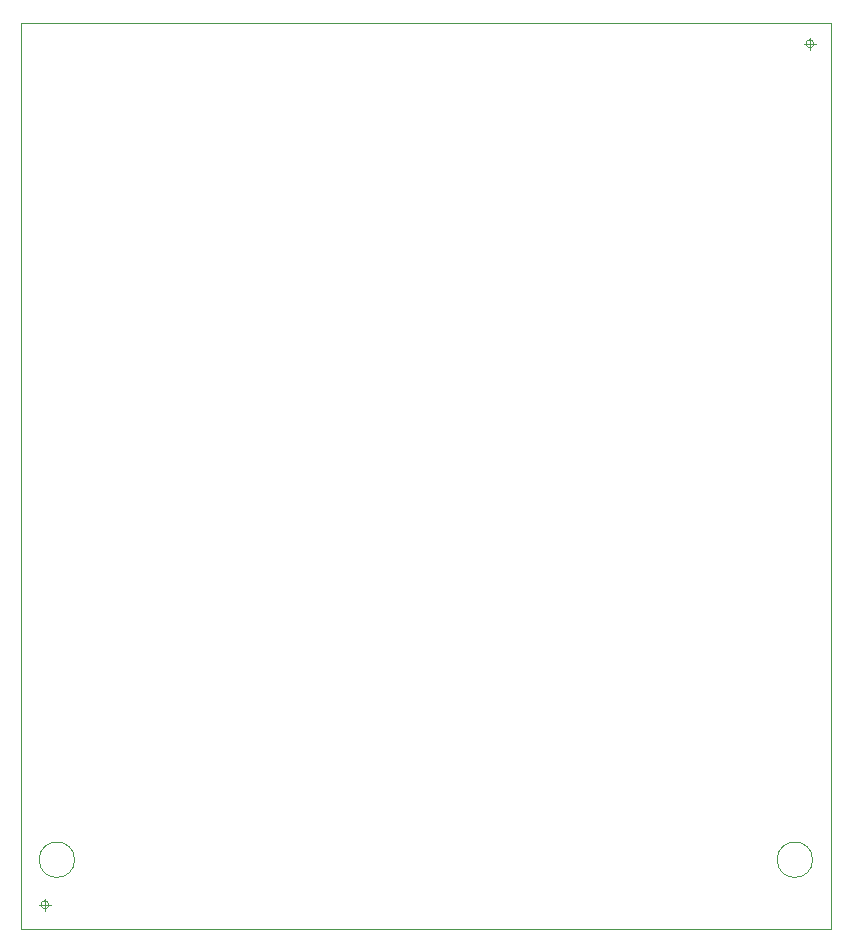
<source format=gm1>
%TF.GenerationSoftware,KiCad,Pcbnew,(5.1.5-0-10_14)*%
%TF.CreationDate,2020-01-10T14:35:19+01:00*%
%TF.ProjectId,adapter_hybrid_assister,61646170-7465-4725-9f68-79627269645f,rev?*%
%TF.SameCoordinates,PX6312cb0PY8accb70*%
%TF.FileFunction,Profile,NP*%
%FSLAX45Y45*%
G04 Gerber Fmt 4.5, Leading zero omitted, Abs format (unit mm)*
G04 Created by KiCad (PCBNEW (5.1.5-0-10_14)) date 2020-01-10 14:35:19*
%MOMM*%
%LPD*%
G04 APERTURE LIST*
%TA.AperFunction,Profile*%
%ADD10C,0.050000*%
%TD*%
%TA.AperFunction,Profile*%
%ADD11C,0.100000*%
%TD*%
G04 APERTURE END LIST*
D10*
X6713533Y7493000D02*
G75*
G03X6713533Y7493000I-33333J0D01*
G01*
X6630200Y7493000D02*
X6730200Y7493000D01*
X6680200Y7543000D02*
X6680200Y7443000D01*
X236533Y203200D02*
G75*
G03X236533Y203200I-33333J0D01*
G01*
X153200Y203200D02*
X253200Y203200D01*
X203200Y253200D02*
X203200Y153200D01*
X454800Y584200D02*
G75*
G03X454800Y584200I-150000J0D01*
G01*
X6703200Y584200D02*
G75*
G03X6703200Y584200I-150000J0D01*
G01*
X0Y0D02*
X0Y7670800D01*
X6858000Y7670800D02*
X6858000Y0D01*
D11*
X0Y7670800D02*
X6858000Y7670800D01*
X6858000Y0D02*
X0Y0D01*
M02*

</source>
